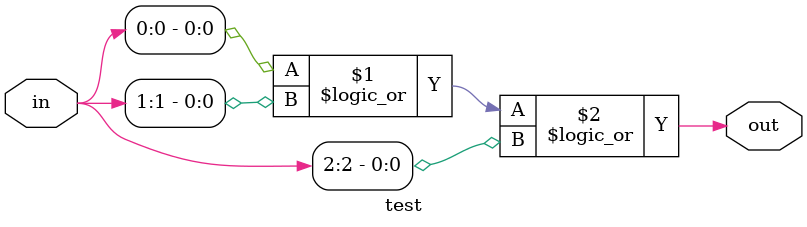
<source format=v>
module test(input [2:0] in, output out);
assign out = in[0] || in[1] || in[2];
endmodule

</source>
